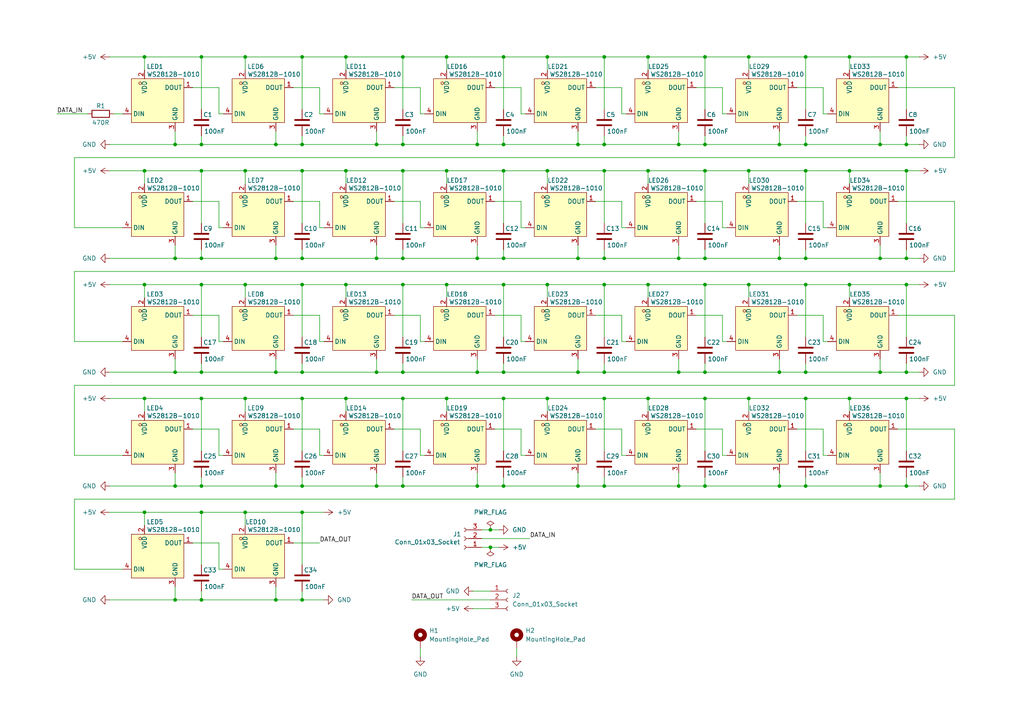
<source format=kicad_sch>
(kicad_sch (version 20231120) (generator "eeschema") (generator_version "8.0")
  (paper "A4")
  (title_block (title "BB-8 Logic Display") (date "2024-08-20") (rev "1.0") (company "jmatt"))
  (lib_symbols
    (symbol "Connector:Conn_01x03_Socket" (pin_names (offset 1.016) hide)
      (property "Reference" "J" (at 0 5.08 0))
      (property "Value" "Conn_01x03_Socket" (at 0 -5.08 0))
      (symbol "Conn_01x03_Socket_1_1"
        (pin passive line (at -5.08 2.54 0) (length 3.81) (name "Pin_1") (number "1"))
        (pin passive line (at -5.08 0 0) (length 3.81) (name "Pin_2") (number "2"))
        (pin passive line (at -5.08 -2.54 0) (length 3.81) (name "Pin_3") (number "3"))
      )
    )
    (symbol "Device:C" (pin_numbers hide) (pin_names (offset 0.254))
      (property "Reference" "C" (at 0.635 2.54 0))
      (property "Value" "C" (at 0.635 -2.54 0))
      (symbol "C_1_1"
        (pin passive line (at 0 3.81 270) (length 2.794) (name "~") (number "1"))
        (pin passive line (at 0 -3.81 90) (length 2.794) (name "~") (number "2"))
      )
    )
    (symbol "Device:R" (pin_numbers hide) (pin_names (offset 0))
      (property "Reference" "R" (at 2.032 0 90))
      (property "Value" "R" (at 0 0 90))
      (symbol "R_1_1"
        (pin passive line (at 0 3.81 270) (length 1.27) (name "~") (number "1"))
        (pin passive line (at 0 -3.81 90) (length 1.27) (name "~") (number "2"))
      )
    )
    (symbol "LCSC:XL-1010RGBC-WS2812B"
      (property "Reference" "LED" (at 0 13.97 0))
      (property "Value" "XL-1010RGBC-WS2812B" (at 0 -13.97 0))
      (symbol "XL-1010RGBC-WS2812B_0_1"
        (pin unspecified line (at 10.16 3.81 180) (length 2.54) (name "DOUT") (number "1"))
        (pin unspecified line (at -3.81 8.89 270) (length 2.54) (name "VDD") (number "2"))
        (pin unspecified line (at 5.08 -8.89 90) (length 2.54) (name "GND") (number "3"))
        (pin unspecified line (at -10.16 -3.81 0) (length 2.54) (name "DIN") (number "4"))
      )
    )
    (symbol "Mechanical:MountingHole_Pad" (pin_numbers hide) (pin_names (offset 1.016) hide) (exclude_from_sim yes) (in_bom no)
      (property "Reference" "H" (at 0 6.35 0))
      (property "Value" "MountingHole_Pad" (at 0 4.445 0))
      (symbol "MountingHole_Pad_1_1"
        (pin input line (at 0 -2.54 90) (length 2.54) (name "1") (number "1"))
      )
    )
    (symbol "power:+5V" (power) (pin_numbers hide) (pin_names (offset 0) hide)
      (property "Value" "+5V" (at 0 3.556 0))
      (symbol "+5V_1_1"
        (pin power_in line (at 0 0 90) (length 0) (name "~") (number "1"))
      )
    )
    (symbol "power:GND" (power) (pin_numbers hide) (pin_names (offset 0) hide)
      (property "Value" "GND" (at 0 -3.81 0))
      (symbol "GND_1_1"
        (pin power_in line (at 0 0 270) (length 0) (name "~") (number "1"))
      )
    )
    (symbol "power:PWR_FLAG" (power) (pin_numbers hide) (pin_names (offset 0) hide)
      (property "Value" "PWR_FLAG" (at 0 3.81 0))
      (symbol "PWR_FLAG_0_0"
        (pin power_out line (at 0 0 90) (length 0) (name "~") (number "1"))
      )
    )
  )
  (junction (at 233.68 115.57))
  (junction (at 146.05 41.91))
  (junction (at 109.22 140.97))
  (junction (at 87.63 82.55))
  (junction (at 146.05 16.51))
  (junction (at 262.89 82.55))
  (junction (at 58.42 41.91))
  (junction (at 71.12 49.53))
  (junction (at 58.42 16.51))
  (junction (at 50.8 74.93))
  (junction (at 109.22 74.93))
  (junction (at 233.68 140.97))
  (junction (at 50.8 173.99))
  (junction (at 100.33 16.51))
  (junction (at 167.64 41.91))
  (junction (at 196.85 41.91))
  (junction (at 187.96 115.57))
  (junction (at 80.01 140.97))
  (junction (at 87.63 49.53))
  (junction (at 87.63 140.97))
  (junction (at 116.84 74.93))
  (junction (at 41.91 148.59))
  (junction (at 187.96 82.55))
  (junction (at 87.63 16.51))
  (junction (at 233.68 74.93))
  (junction (at 58.42 107.95))
  (junction (at 204.47 107.95))
  (junction (at 41.91 49.53))
  (junction (at 146.05 140.97))
  (junction (at 175.26 82.55))
  (junction (at 167.64 140.97))
  (junction (at 196.85 107.95))
  (junction (at 146.05 107.95))
  (junction (at 87.63 115.57))
  (junction (at 87.63 74.93))
  (junction (at 175.26 140.97))
  (junction (at 80.01 173.99))
  (junction (at 109.22 107.95))
  (junction (at 146.05 74.93))
  (junction (at 255.27 140.97))
  (junction (at 175.26 49.53))
  (junction (at 87.63 173.99))
  (junction (at 50.8 107.95))
  (junction (at 87.63 107.95))
  (junction (at 71.12 82.55))
  (junction (at 100.33 82.55))
  (junction (at 138.43 74.93))
  (junction (at 116.84 115.57))
  (junction (at 129.54 115.57))
  (junction (at 146.05 115.57))
  (junction (at 217.17 16.51))
  (junction (at 80.01 107.95))
  (junction (at 246.38 16.51))
  (junction (at 142.24 158.75))
  (junction (at 246.38 49.53))
  (junction (at 167.64 107.95))
  (junction (at 196.85 140.97))
  (junction (at 58.42 49.53))
  (junction (at 204.47 115.57))
  (junction (at 262.89 49.53))
  (junction (at 204.47 74.93))
  (junction (at 246.38 115.57))
  (junction (at 80.01 41.91))
  (junction (at 233.68 82.55))
  (junction (at 175.26 115.57))
  (junction (at 146.05 49.53))
  (junction (at 158.75 49.53))
  (junction (at 71.12 115.57))
  (junction (at 233.68 16.51))
  (junction (at 50.8 140.97))
  (junction (at 129.54 82.55))
  (junction (at 204.47 41.91))
  (junction (at 109.22 41.91))
  (junction (at 146.05 82.55))
  (junction (at 246.38 82.55))
  (junction (at 87.63 41.91))
  (junction (at 58.42 74.93))
  (junction (at 41.91 115.57))
  (junction (at 129.54 49.53))
  (junction (at 175.26 41.91))
  (junction (at 187.96 16.51))
  (junction (at 233.68 49.53))
  (junction (at 226.06 107.95))
  (junction (at 100.33 49.53))
  (junction (at 167.64 74.93))
  (junction (at 50.8 41.91))
  (junction (at 71.12 148.59))
  (junction (at 262.89 140.97))
  (junction (at 41.91 82.55))
  (junction (at 129.54 16.51))
  (junction (at 233.68 41.91))
  (junction (at 226.06 74.93))
  (junction (at 255.27 74.93))
  (junction (at 58.42 115.57))
  (junction (at 217.17 49.53))
  (junction (at 100.33 115.57))
  (junction (at 138.43 107.95))
  (junction (at 233.68 107.95))
  (junction (at 262.89 74.93))
  (junction (at 58.42 140.97))
  (junction (at 158.75 16.51))
  (junction (at 138.43 140.97))
  (junction (at 116.84 107.95))
  (junction (at 158.75 115.57))
  (junction (at 204.47 49.53))
  (junction (at 255.27 107.95))
  (junction (at 217.17 82.55))
  (junction (at 255.27 41.91))
  (junction (at 262.89 16.51))
  (junction (at 204.47 140.97))
  (junction (at 80.01 74.93))
  (junction (at 58.42 148.59))
  (junction (at 116.84 49.53))
  (junction (at 262.89 115.57))
  (junction (at 138.43 41.91))
  (junction (at 175.26 16.51))
  (junction (at 226.06 41.91))
  (junction (at 58.42 82.55))
  (junction (at 116.84 82.55))
  (junction (at 87.63 148.59))
  (junction (at 204.47 16.51))
  (junction (at 142.24 153.67))
  (junction (at 158.75 82.55))
  (junction (at 116.84 16.51))
  (junction (at 175.26 74.93))
  (junction (at 41.91 16.51))
  (junction (at 58.42 173.99))
  (junction (at 116.84 41.91))
  (junction (at 262.89 107.95))
  (junction (at 116.84 140.97))
  (junction (at 204.47 82.55))
  (junction (at 196.85 74.93))
  (junction (at 226.06 140.97))
  (junction (at 217.17 115.57))
  (junction (at 175.26 107.95))
  (junction (at 71.12 16.51))
  (junction (at 187.96 49.53))
  (junction (at 262.89 41.91))
  (wire (pts (xy 246.38 16.51) (xy 262.89 16.51)))
  (wire (pts (xy 276.86 58.42) (xy 276.86 78.74)))
  (wire (pts (xy 116.84 74.93) (xy 138.43 74.93)))
  (wire (pts (xy 129.54 49.53) (xy 146.05 49.53)))
  (wire (pts (xy 172.72 124.46) (xy 180.34 124.46)))
  (wire (pts (xy 87.63 49.53) (xy 100.33 49.53)))
  (wire (pts (xy 209.55 25.4) (xy 209.55 33.02)))
  (wire (pts (xy 204.47 49.53) (xy 204.47 64.77)))
  (wire (pts (xy 196.85 107.95) (xy 204.47 107.95)))
  (wire (pts (xy 116.84 16.51) (xy 129.54 16.51)))
  (wire (pts (xy 80.01 107.95) (xy 87.63 107.95)))
  (wire (pts (xy 180.34 66.04) (xy 181.61 66.04)))
  (wire (pts (xy 50.8 173.99) (xy 50.8 170.18)))
  (wire (pts (xy 196.85 104.14) (xy 196.85 107.95)))
  (wire (pts (xy 16.51 33.02) (xy 25.4 33.02)))
  (wire (pts (xy 109.22 104.14) (xy 109.22 107.95)))
  (wire (pts (xy 80.01 137.16) (xy 80.01 140.97)))
  (wire (pts (xy 129.54 82.55) (xy 129.54 86.36)))
  (wire (pts (xy 187.96 115.57) (xy 204.47 115.57)))
  (wire (pts (xy 167.64 107.95) (xy 175.26 107.95)))
  (wire (pts (xy 204.47 107.95) (xy 226.06 107.95)))
  (wire (pts (xy 121.92 25.4) (xy 121.92 33.02)))
  (wire (pts (xy 85.09 124.46) (xy 92.71 124.46)))
  (wire (pts (xy 92.71 33.02) (xy 93.98 33.02)))
  (wire (pts (xy 175.26 107.95) (xy 196.85 107.95)))
  (wire (pts (xy 80.01 173.99) (xy 87.63 173.99)))
  (wire (pts (xy 109.22 107.95) (xy 116.84 107.95)))
  (wire (pts (xy 226.06 107.95) (xy 233.68 107.95)))
  (wire (pts (xy 146.05 16.51) (xy 158.75 16.51)))
  (wire (pts (xy 217.17 16.51) (xy 217.17 20.32)))
  (wire (pts (xy 187.96 16.51) (xy 187.96 20.32)))
  (wire (pts (xy 121.92 187.96) (xy 121.92 190.5)))
  (wire (pts (xy 201.93 58.42) (xy 209.55 58.42)))
  (wire (pts (xy 238.76 25.4) (xy 238.76 33.02)))
  (wire (pts (xy 204.47 49.53) (xy 217.17 49.53)))
  (wire (pts (xy 58.42 72.39) (xy 58.42 74.93)))
  (wire (pts (xy 21.59 111.76) (xy 21.59 132.08)))
  (wire (pts (xy 58.42 138.43) (xy 58.42 140.97)))
  (wire (pts (xy 262.89 16.51) (xy 262.89 31.75)))
  (wire (pts (xy 146.05 140.97) (xy 167.64 140.97)))
  (wire (pts (xy 201.93 91.44) (xy 209.55 91.44)))
  (wire (pts (xy 233.68 107.95) (xy 255.27 107.95)))
  (wire (pts (xy 41.91 148.59) (xy 41.91 152.4)))
  (wire (pts (xy 209.55 132.08) (xy 210.82 132.08)))
  (wire (pts (xy 109.22 140.97) (xy 116.84 140.97)))
  (wire (pts (xy 151.13 66.04) (xy 152.4 66.04)))
  (wire (pts (xy 209.55 66.04) (xy 210.82 66.04)))
  (wire (pts (xy 80.01 38.1) (xy 80.01 41.91)))
  (wire (pts (xy 63.5 66.04) (xy 64.77 66.04)))
  (wire (pts (xy 55.88 124.46) (xy 63.5 124.46)))
  (wire (pts (xy 201.93 25.4) (xy 209.55 25.4)))
  (wire (pts (xy 151.13 99.06) (xy 152.4 99.06)))
  (wire (pts (xy 146.05 49.53) (xy 158.75 49.53)))
  (wire (pts (xy 87.63 16.51) (xy 100.33 16.51)))
  (wire (pts (xy 41.91 49.53) (xy 58.42 49.53)))
  (wire (pts (xy 31.75 173.99) (xy 50.8 173.99)))
  (wire (pts (xy 262.89 107.95) (xy 266.7 107.95)))
  (wire (pts (xy 143.51 58.42) (xy 151.13 58.42)))
  (wire (pts (xy 262.89 82.55) (xy 262.89 97.79)))
  (wire (pts (xy 146.05 82.55) (xy 158.75 82.55)))
  (wire (pts (xy 233.68 105.41) (xy 233.68 107.95)))
  (wire (pts (xy 92.71 91.44) (xy 92.71 99.06)))
  (wire (pts (xy 121.92 91.44) (xy 121.92 99.06)))
  (wire (pts (xy 138.43 71.12) (xy 138.43 74.93)))
  (wire (pts (xy 21.59 78.74) (xy 21.59 99.06)))
  (wire (pts (xy 187.96 49.53) (xy 204.47 49.53)))
  (wire (pts (xy 151.13 58.42) (xy 151.13 66.04)))
  (wire (pts (xy 71.12 82.55) (xy 87.63 82.55)))
  (wire (pts (xy 146.05 49.53) (xy 146.05 64.77)))
  (wire (pts (xy 262.89 49.53) (xy 262.89 64.77)))
  (wire (pts (xy 100.33 115.57) (xy 116.84 115.57)))
  (wire (pts (xy 71.12 49.53) (xy 87.63 49.53)))
  (wire (pts (xy 85.09 58.42) (xy 92.71 58.42)))
  (wire (pts (xy 246.38 49.53) (xy 262.89 49.53)))
  (wire (pts (xy 262.89 16.51) (xy 266.7 16.51)))
  (wire (pts (xy 204.47 16.51) (xy 204.47 31.75)))
  (wire (pts (xy 175.26 105.41) (xy 175.26 107.95)))
  (wire (pts (xy 109.22 38.1) (xy 109.22 41.91)))
  (wire (pts (xy 71.12 148.59) (xy 71.12 152.4)))
  (wire (pts (xy 71.12 115.57) (xy 71.12 119.38)))
  (wire (pts (xy 92.71 66.04) (xy 93.98 66.04)))
  (wire (pts (xy 187.96 49.53) (xy 187.96 53.34)))
  (wire (pts (xy 260.35 91.44) (xy 276.86 91.44)))
  (wire (pts (xy 87.63 16.51) (xy 87.63 31.75)))
  (wire (pts (xy 175.26 140.97) (xy 196.85 140.97)))
  (wire (pts (xy 255.27 107.95) (xy 262.89 107.95)))
  (wire (pts (xy 158.75 16.51) (xy 175.26 16.51)))
  (wire (pts (xy 175.26 115.57) (xy 187.96 115.57)))
  (wire (pts (xy 276.86 91.44) (xy 276.86 111.76)))
  (wire (pts (xy 204.47 105.41) (xy 204.47 107.95)))
  (wire (pts (xy 151.13 91.44) (xy 151.13 99.06)))
  (wire (pts (xy 92.71 58.42) (xy 92.71 66.04)))
  (wire (pts (xy 21.59 45.72) (xy 21.59 66.04)))
  (wire (pts (xy 167.64 104.14) (xy 167.64 107.95)))
  (wire (pts (xy 31.75 107.95) (xy 50.8 107.95)))
  (wire (pts (xy 142.24 158.75) (xy 144.78 158.75)))
  (wire (pts (xy 167.64 71.12) (xy 167.64 74.93)))
  (wire (pts (xy 255.27 74.93) (xy 262.89 74.93)))
  (wire (pts (xy 139.7 156.21) (xy 153.67 156.21)))
  (wire (pts (xy 58.42 148.59) (xy 58.42 163.83)))
  (wire (pts (xy 58.42 148.59) (xy 71.12 148.59)))
  (wire (pts (xy 138.43 140.97) (xy 146.05 140.97)))
  (wire (pts (xy 21.59 99.06) (xy 35.56 99.06)))
  (wire (pts (xy 180.34 25.4) (xy 180.34 33.02)))
  (wire (pts (xy 80.01 71.12) (xy 80.01 74.93)))
  (wire (pts (xy 71.12 115.57) (xy 87.63 115.57)))
  (wire (pts (xy 158.75 16.51) (xy 158.75 20.32)))
  (wire (pts (xy 172.72 58.42) (xy 180.34 58.42)))
  (wire (pts (xy 63.5 33.02) (xy 64.77 33.02)))
  (wire (pts (xy 233.68 74.93) (xy 255.27 74.93)))
  (wire (pts (xy 146.05 115.57) (xy 146.05 130.81)))
  (wire (pts (xy 116.84 82.55) (xy 116.84 97.79)))
  (wire (pts (xy 180.34 99.06) (xy 181.61 99.06)))
  (wire (pts (xy 231.14 91.44) (xy 238.76 91.44)))
  (wire (pts (xy 151.13 132.08) (xy 152.4 132.08)))
  (wire (pts (xy 100.33 49.53) (xy 116.84 49.53)))
  (wire (pts (xy 137.16 171.45) (xy 142.24 171.45)))
  (wire (pts (xy 138.43 104.14) (xy 138.43 107.95)))
  (wire (pts (xy 58.42 140.97) (xy 80.01 140.97)))
  (wire (pts (xy 175.26 74.93) (xy 196.85 74.93)))
  (wire (pts (xy 146.05 107.95) (xy 167.64 107.95)))
  (wire (pts (xy 58.42 16.51) (xy 58.42 31.75)))
  (wire (pts (xy 262.89 72.39) (xy 262.89 74.93)))
  (wire (pts (xy 55.88 58.42) (xy 63.5 58.42)))
  (wire (pts (xy 85.09 157.48) (xy 92.71 157.48)))
  (wire (pts (xy 87.63 72.39) (xy 87.63 74.93)))
  (wire (pts (xy 109.22 41.91) (xy 116.84 41.91)))
  (wire (pts (xy 100.33 82.55) (xy 116.84 82.55)))
  (wire (pts (xy 151.13 33.02) (xy 152.4 33.02)))
  (wire (pts (xy 204.47 39.37) (xy 204.47 41.91)))
  (wire (pts (xy 233.68 39.37) (xy 233.68 41.91)))
  (wire (pts (xy 87.63 49.53) (xy 87.63 64.77)))
  (wire (pts (xy 175.26 16.51) (xy 187.96 16.51)))
  (wire (pts (xy 262.89 115.57) (xy 262.89 130.81)))
  (wire (pts (xy 196.85 140.97) (xy 204.47 140.97)))
  (wire (pts (xy 63.5 132.08) (xy 64.77 132.08)))
  (wire (pts (xy 262.89 115.57) (xy 266.7 115.57)))
  (wire (pts (xy 233.68 115.57) (xy 233.68 130.81)))
  (wire (pts (xy 129.54 16.51) (xy 129.54 20.32)))
  (wire (pts (xy 92.71 25.4) (xy 92.71 33.02)))
  (wire (pts (xy 87.63 148.59) (xy 93.98 148.59)))
  (wire (pts (xy 63.5 58.42) (xy 63.5 66.04)))
  (wire (pts (xy 151.13 124.46) (xy 151.13 132.08)))
  (wire (pts (xy 121.92 132.08) (xy 123.19 132.08)))
  (wire (pts (xy 31.75 74.93) (xy 50.8 74.93)))
  (wire (pts (xy 226.06 137.16) (xy 226.06 140.97)))
  (wire (pts (xy 121.92 58.42) (xy 121.92 66.04)))
  (wire (pts (xy 175.26 49.53) (xy 175.26 64.77)))
  (wire (pts (xy 116.84 49.53) (xy 116.84 64.77)))
  (wire (pts (xy 138.43 137.16) (xy 138.43 140.97)))
  (wire (pts (xy 233.68 82.55) (xy 233.68 97.79)))
  (wire (pts (xy 109.22 74.93) (xy 116.84 74.93)))
  (wire (pts (xy 87.63 171.45) (xy 87.63 173.99)))
  (wire (pts (xy 80.01 170.18) (xy 80.01 173.99)))
  (wire (pts (xy 87.63 140.97) (xy 109.22 140.97)))
  (wire (pts (xy 41.91 49.53) (xy 41.91 53.34)))
  (wire (pts (xy 119.38 173.99) (xy 142.24 173.99)))
  (wire (pts (xy 246.38 115.57) (xy 246.38 119.38)))
  (wire (pts (xy 109.22 137.16) (xy 109.22 140.97)))
  (wire (pts (xy 204.47 74.93) (xy 226.06 74.93)))
  (wire (pts (xy 217.17 16.51) (xy 233.68 16.51)))
  (wire (pts (xy 226.06 140.97) (xy 233.68 140.97)))
  (wire (pts (xy 55.88 91.44) (xy 63.5 91.44)))
  (wire (pts (xy 187.96 82.55) (xy 187.96 86.36)))
  (wire (pts (xy 58.42 115.57) (xy 58.42 130.81)))
  (wire (pts (xy 50.8 41.91) (xy 58.42 41.91)))
  (wire (pts (xy 262.89 138.43) (xy 262.89 140.97)))
  (wire (pts (xy 116.84 105.41) (xy 116.84 107.95)))
  (wire (pts (xy 167.64 140.97) (xy 175.26 140.97)))
  (wire (pts (xy 100.33 82.55) (xy 100.33 86.36)))
  (wire (pts (xy 226.06 104.14) (xy 226.06 107.95)))
  (wire (pts (xy 167.64 41.91) (xy 175.26 41.91)))
  (wire (pts (xy 209.55 124.46) (xy 209.55 132.08)))
  (wire (pts (xy 167.64 74.93) (xy 175.26 74.93)))
  (wire (pts (xy 158.75 115.57) (xy 175.26 115.57)))
  (wire (pts (xy 151.13 25.4) (xy 151.13 33.02)))
  (wire (pts (xy 138.43 41.91) (xy 146.05 41.91)))
  (wire (pts (xy 87.63 107.95) (xy 109.22 107.95)))
  (wire (pts (xy 87.63 41.91) (xy 109.22 41.91)))
  (wire (pts (xy 238.76 132.08) (xy 240.03 132.08)))
  (wire (pts (xy 175.26 82.55) (xy 187.96 82.55)))
  (wire (pts (xy 114.3 25.4) (xy 121.92 25.4)))
  (wire (pts (xy 233.68 49.53) (xy 246.38 49.53)))
  (wire (pts (xy 50.8 41.91) (xy 50.8 38.1)))
  (wire (pts (xy 80.01 104.14) (xy 80.01 107.95)))
  (wire (pts (xy 146.05 82.55) (xy 146.05 97.79)))
  (wire (pts (xy 204.47 82.55) (xy 204.47 97.79)))
  (wire (pts (xy 41.91 115.57) (xy 58.42 115.57)))
  (wire (pts (xy 116.84 140.97) (xy 138.43 140.97)))
  (wire (pts (xy 180.34 132.08) (xy 181.61 132.08)))
  (wire (pts (xy 87.63 39.37) (xy 87.63 41.91)))
  (wire (pts (xy 100.33 115.57) (xy 100.33 119.38)))
  (wire (pts (xy 255.27 137.16) (xy 255.27 140.97)))
  (wire (pts (xy 138.43 74.93) (xy 146.05 74.93)))
  (wire (pts (xy 246.38 16.51) (xy 246.38 20.32)))
  (wire (pts (xy 100.33 16.51) (xy 100.33 20.32)))
  (wire (pts (xy 63.5 99.06) (xy 64.77 99.06)))
  (wire (pts (xy 116.84 16.51) (xy 116.84 31.75)))
  (wire (pts (xy 233.68 41.91) (xy 255.27 41.91)))
  (wire (pts (xy 87.63 82.55) (xy 100.33 82.55)))
  (wire (pts (xy 233.68 16.51) (xy 246.38 16.51)))
  (wire (pts (xy 146.05 115.57) (xy 158.75 115.57)))
  (wire (pts (xy 92.71 99.06) (xy 93.98 99.06)))
  (wire (pts (xy 41.91 82.55) (xy 58.42 82.55)))
  (wire (pts (xy 172.72 25.4) (xy 180.34 25.4)))
  (wire (pts (xy 226.06 41.91) (xy 233.68 41.91)))
  (wire (pts (xy 87.63 115.57) (xy 100.33 115.57)))
  (wire (pts (xy 87.63 82.55) (xy 87.63 97.79)))
  (wire (pts (xy 31.75 49.53) (xy 41.91 49.53)))
  (wire (pts (xy 139.7 158.75) (xy 142.24 158.75)))
  (wire (pts (xy 139.7 153.67) (xy 142.24 153.67)))
  (wire (pts (xy 246.38 115.57) (xy 262.89 115.57)))
  (wire (pts (xy 33.02 33.02) (xy 35.56 33.02)))
  (wire (pts (xy 121.92 124.46) (xy 121.92 132.08)))
  (wire (pts (xy 31.75 148.59) (xy 41.91 148.59)))
  (wire (pts (xy 180.34 33.02) (xy 181.61 33.02)))
  (wire (pts (xy 196.85 38.1) (xy 196.85 41.91)))
  (wire (pts (xy 87.63 148.59) (xy 87.63 163.83)))
  (wire (pts (xy 71.12 16.51) (xy 71.12 20.32)))
  (wire (pts (xy 71.12 16.51) (xy 87.63 16.51)))
  (wire (pts (xy 204.47 16.51) (xy 217.17 16.51)))
  (wire (pts (xy 204.47 115.57) (xy 204.47 130.81)))
  (wire (pts (xy 209.55 91.44) (xy 209.55 99.06)))
  (wire (pts (xy 50.8 74.93) (xy 50.8 71.12)))
  (wire (pts (xy 50.8 173.99) (xy 58.42 173.99)))
  (wire (pts (xy 204.47 140.97) (xy 226.06 140.97)))
  (wire (pts (xy 204.47 138.43) (xy 204.47 140.97)))
  (wire (pts (xy 180.34 124.46) (xy 180.34 132.08)))
  (wire (pts (xy 116.84 115.57) (xy 116.84 130.81)))
  (wire (pts (xy 129.54 16.51) (xy 146.05 16.51)))
  (wire (pts (xy 231.14 124.46) (xy 238.76 124.46)))
  (wire (pts (xy 21.59 132.08) (xy 35.56 132.08)))
  (wire (pts (xy 114.3 124.46) (xy 121.92 124.46)))
  (wire (pts (xy 21.59 144.78) (xy 21.59 165.1)))
  (wire (pts (xy 196.85 137.16) (xy 196.85 140.97)))
  (wire (pts (xy 262.89 140.97) (xy 266.7 140.97)))
  (wire (pts (xy 80.01 41.91) (xy 87.63 41.91)))
  (wire (pts (xy 175.26 39.37) (xy 175.26 41.91)))
  (wire (pts (xy 58.42 41.91) (xy 80.01 41.91)))
  (wire (pts (xy 238.76 58.42) (xy 238.76 66.04)))
  (wire (pts (xy 146.05 39.37) (xy 146.05 41.91)))
  (wire (pts (xy 85.09 25.4) (xy 92.71 25.4)))
  (wire (pts (xy 204.47 82.55) (xy 217.17 82.55)))
  (wire (pts (xy 129.54 115.57) (xy 129.54 119.38)))
  (wire (pts (xy 175.26 72.39) (xy 175.26 74.93)))
  (wire (pts (xy 129.54 49.53) (xy 129.54 53.34)))
  (wire (pts (xy 92.71 124.46) (xy 92.71 132.08)))
  (wire (pts (xy 158.75 82.55) (xy 175.26 82.55)))
  (wire (pts (xy 63.5 91.44) (xy 63.5 99.06)))
  (wire (pts (xy 175.26 41.91) (xy 196.85 41.91)))
  (wire (pts (xy 116.84 138.43) (xy 116.84 140.97)))
  (wire (pts (xy 255.27 140.97) (xy 262.89 140.97)))
  (wire (pts (xy 87.63 105.41) (xy 87.63 107.95)))
  (wire (pts (xy 58.42 49.53) (xy 71.12 49.53)))
  (wire (pts (xy 238.76 99.06) (xy 240.03 99.06)))
  (wire (pts (xy 58.42 74.93) (xy 80.01 74.93)))
  (wire (pts (xy 260.35 124.46) (xy 276.86 124.46)))
  (wire (pts (xy 63.5 124.46) (xy 63.5 132.08)))
  (wire (pts (xy 121.92 33.02) (xy 123.19 33.02)))
  (wire (pts (xy 204.47 115.57) (xy 217.17 115.57)))
  (wire (pts (xy 217.17 49.53) (xy 217.17 53.34)))
  (wire (pts (xy 201.93 124.46) (xy 209.55 124.46)))
  (wire (pts (xy 146.05 105.41) (xy 146.05 107.95)))
  (wire (pts (xy 80.01 140.97) (xy 87.63 140.97)))
  (wire (pts (xy 158.75 49.53) (xy 175.26 49.53)))
  (wire (pts (xy 231.14 58.42) (xy 238.76 58.42)))
  (wire (pts (xy 142.24 153.67) (xy 144.78 153.67)))
  (wire (pts (xy 217.17 115.57) (xy 233.68 115.57)))
  (wire (pts (xy 180.34 91.44) (xy 180.34 99.06)))
  (wire (pts (xy 31.75 140.97) (xy 50.8 140.97)))
  (wire (pts (xy 276.86 124.46) (xy 276.86 144.78)))
  (wire (pts (xy 146.05 138.43) (xy 146.05 140.97)))
  (wire (pts (xy 87.63 74.93) (xy 109.22 74.93)))
  (wire (pts (xy 255.27 71.12) (xy 255.27 74.93)))
  (wire (pts (xy 158.75 49.53) (xy 158.75 53.34)))
  (wire (pts (xy 71.12 82.55) (xy 71.12 86.36)))
  (wire (pts (xy 262.89 39.37) (xy 262.89 41.91)))
  (wire (pts (xy 55.88 25.4) (xy 63.5 25.4)))
  (wire (pts (xy 276.86 111.76) (xy 21.59 111.76)))
  (wire (pts (xy 217.17 82.55) (xy 233.68 82.55)))
  (wire (pts (xy 238.76 33.02) (xy 240.03 33.02)))
  (wire (pts (xy 116.84 49.53) (xy 129.54 49.53)))
  (wire (pts (xy 58.42 105.41) (xy 58.42 107.95)))
  (wire (pts (xy 175.26 115.57) (xy 175.26 130.81)))
  (wire (pts (xy 233.68 140.97) (xy 255.27 140.97)))
  (wire (pts (xy 58.42 82.55) (xy 71.12 82.55)))
  (wire (pts (xy 50.8 74.93) (xy 58.42 74.93)))
  (wire (pts (xy 146.05 41.91) (xy 167.64 41.91)))
  (wire (pts (xy 233.68 72.39) (xy 233.68 74.93)))
  (wire (pts (xy 255.27 104.14) (xy 255.27 107.95)))
  (wire (pts (xy 226.06 71.12) (xy 226.06 74.93)))
  (wire (pts (xy 138.43 107.95) (xy 146.05 107.95)))
  (wire (pts (xy 41.91 16.51) (xy 41.91 20.32)))
  (wire (pts (xy 55.88 157.48) (xy 63.5 157.48)))
  (wire (pts (xy 116.84 72.39) (xy 116.84 74.93)))
  (wire (pts (xy 50.8 107.95) (xy 50.8 104.14)))
  (wire (pts (xy 114.3 58.42) (xy 121.92 58.42)))
  (wire (pts (xy 50.8 107.95) (xy 58.42 107.95)))
  (wire (pts (xy 87.63 115.57) (xy 87.63 130.81)))
  (wire (pts (xy 238.76 124.46) (xy 238.76 132.08)))
  (wire (pts (xy 231.14 25.4) (xy 238.76 25.4)))
  (wire (pts (xy 209.55 58.42) (xy 209.55 66.04)))
  (wire (pts (xy 276.86 144.78) (xy 21.59 144.78)))
  (wire (pts (xy 146.05 74.93) (xy 167.64 74.93)))
  (wire (pts (xy 100.33 49.53) (xy 100.33 53.34)))
  (wire (pts (xy 63.5 165.1) (xy 64.77 165.1)))
  (wire (pts (xy 158.75 82.55) (xy 158.75 86.36)))
  (wire (pts (xy 58.42 171.45) (xy 58.42 173.99)))
  (wire (pts (xy 233.68 16.51) (xy 233.68 31.75)))
  (wire (pts (xy 58.42 49.53) (xy 58.42 64.77)))
  (wire (pts (xy 255.27 41.91) (xy 262.89 41.91)))
  (wire (pts (xy 63.5 157.48) (xy 63.5 165.1)))
  (wire (pts (xy 41.91 115.57) (xy 41.91 119.38)))
  (wire (pts (xy 187.96 16.51) (xy 204.47 16.51)))
  (wire (pts (xy 187.96 82.55) (xy 204.47 82.55)))
  (wire (pts (xy 116.84 82.55) (xy 129.54 82.55)))
  (wire (pts (xy 196.85 74.93) (xy 204.47 74.93)))
  (wire (pts (xy 233.68 115.57) (xy 246.38 115.57)))
  (wire (pts (xy 260.35 58.42) (xy 276.86 58.42)))
  (wire (pts (xy 31.75 82.55) (xy 41.91 82.55)))
  (wire (pts (xy 143.51 124.46) (xy 151.13 124.46)))
  (wire (pts (xy 109.22 71.12) (xy 109.22 74.93)))
  (wire (pts (xy 31.75 41.91) (xy 50.8 41.91)))
  (wire (pts (xy 158.75 115.57) (xy 158.75 119.38)))
  (wire (pts (xy 58.42 16.51) (xy 71.12 16.51)))
  (wire (pts (xy 138.43 38.1) (xy 138.43 41.91)))
  (wire (pts (xy 58.42 107.95) (xy 80.01 107.95)))
  (wire (pts (xy 116.84 39.37) (xy 116.84 41.91)))
  (wire (pts (xy 246.38 82.55) (xy 262.89 82.55)))
  (wire (pts (xy 209.55 33.02) (xy 210.82 33.02)))
  (wire (pts (xy 116.84 41.91) (xy 138.43 41.91)))
  (wire (pts (xy 204.47 72.39) (xy 204.47 74.93)))
  (wire (pts (xy 71.12 49.53) (xy 71.12 53.34)))
  (wire (pts (xy 50.8 140.97) (xy 50.8 137.16)))
  (wire (pts (xy 217.17 115.57) (xy 217.17 119.38)))
  (wire (pts (xy 196.85 71.12) (xy 196.85 74.93)))
  (wire (pts (xy 246.38 49.53) (xy 246.38 53.34)))
  (wire (pts (xy 255.27 38.1) (xy 255.27 41.91)))
  (wire (pts (xy 204.47 41.91) (xy 226.06 41.91)))
  (wire (pts (xy 21.59 66.04) (xy 35.56 66.04)))
  (wire (pts (xy 217.17 49.53) (xy 233.68 49.53)))
  (wire (pts (xy 146.05 72.39) (xy 146.05 74.93)))
  (wire (pts (xy 276.86 25.4) (xy 276.86 45.72)))
  (wire (pts (xy 58.42 39.37) (xy 58.42 41.91)))
  (wire (pts (xy 50.8 140.97) (xy 58.42 140.97)))
  (wire (pts (xy 167.64 38.1) (xy 167.64 41.91)))
  (wire (pts (xy 87.63 173.99) (xy 93.98 173.99)))
  (wire (pts (xy 92.71 132.08) (xy 93.98 132.08)))
  (wire (pts (xy 116.84 107.95) (xy 138.43 107.95)))
  (wire (pts (xy 21.59 165.1) (xy 35.56 165.1)))
  (wire (pts (xy 217.17 82.55) (xy 217.17 86.36)))
  (wire (pts (xy 209.55 99.06) (xy 210.82 99.06)))
  (wire (pts (xy 41.91 16.51) (xy 58.42 16.51)))
  (wire (pts (xy 175.26 16.51) (xy 175.26 31.75)))
  (wire (pts (xy 129.54 115.57) (xy 146.05 115.57)))
  (wire (pts (xy 31.75 16.51) (xy 41.91 16.51)))
  (wire (pts (xy 87.63 138.43) (xy 87.63 140.97)))
  (wire (pts (xy 114.3 91.44) (xy 121.92 91.44)))
  (wire (pts (xy 226.06 74.93) (xy 233.68 74.93)))
  (wire (pts (xy 276.86 78.74) (xy 21.59 78.74)))
  (wire (pts (xy 71.12 148.59) (xy 87.63 148.59)))
  (wire (pts (xy 143.51 25.4) (xy 151.13 25.4)))
  (wire (pts (xy 58.42 82.55) (xy 58.42 97.79)))
  (wire (pts (xy 80.01 74.93) (xy 87.63 74.93)))
  (wire (pts (xy 262.89 74.93) (xy 266.7 74.93)))
  (wire (pts (xy 137.16 176.53) (xy 142.24 176.53)))
  (wire (pts (xy 58.42 115.57) (xy 71.12 115.57)))
  (wire (pts (xy 238.76 66.04) (xy 240.03 66.04)))
  (wire (pts (xy 180.34 58.42) (xy 180.34 66.04)))
  (wire (pts (xy 233.68 49.53) (xy 233.68 64.77)))
  (wire (pts (xy 172.72 91.44) (xy 180.34 91.44)))
  (wire (pts (xy 41.91 148.59) (xy 58.42 148.59)))
  (wire (pts (xy 238.76 91.44) (xy 238.76 99.06)))
  (wire (pts (xy 167.64 137.16) (xy 167.64 140.97)))
  (wire (pts (xy 146.05 16.51) (xy 146.05 31.75)))
  (wire (pts (xy 121.92 99.06) (xy 123.19 99.06)))
  (wire (pts (xy 187.96 115.57) (xy 187.96 119.38)))
  (wire (pts (xy 175.26 138.43) (xy 175.26 140.97)))
  (wire (pts (xy 85.09 91.44) (xy 92.71 91.44)))
  (wire (pts (xy 100.33 16.51) (xy 116.84 16.51)))
  (wire (pts (xy 233.68 82.55) (xy 246.38 82.55)))
  (wire (pts (xy 41.91 82.55) (xy 41.91 86.36)))
  (wire (pts (xy 246.38 82.55) (xy 246.38 86.36)))
  (wire (pts (xy 262.89 49.53) (xy 266.7 49.53)))
  (wire (pts (xy 121.92 66.04) (xy 123.19 66.04)))
  (wire (pts (xy 276.86 45.72) (xy 21.59 45.72)))
  (wire (pts (xy 31.75 115.57) (xy 41.91 115.57)))
  (wire (pts (xy 175.26 49.53) (xy 187.96 49.53)))
  (wire (pts (xy 63.5 25.4) (xy 63.5 33.02)))
  (wire (pts (xy 129.54 82.55) (xy 146.05 82.55)))
  (wire (pts (xy 262.89 41.91) (xy 266.7 41.91)))
  (wire (pts (xy 149.86 187.96) (xy 149.86 190.5)))
  (wire (pts (xy 196.85 41.91) (xy 204.47 41.91)))
  (wire (pts (xy 143.51 91.44) (xy 151.13 91.44)))
  (wire (pts (xy 116.84 115.57) (xy 129.54 115.57)))
  (wire (pts (xy 233.68 138.43) (xy 233.68 140.97)))
  (wire (pts (xy 262.89 105.41) (xy 262.89 107.95)))
  (wire (pts (xy 175.26 82.55) (xy 175.26 97.79)))
  (wire (pts (xy 226.06 38.1) (xy 226.06 41.91)))
  (wire (pts (xy 58.42 173.99) (xy 80.01 173.99)))
  (wire (pts (xy 260.35 25.4) (xy 276.86 25.4)))
  (wire (pts (xy 262.89 82.55) (xy 266.7 82.55)))
  (label "DATA_IN" (at 153.67 156.21 0))
  (label "DATA_IN" (at 16.51 33.02 0))
  (label "DATA_OUT" (at 119.38 173.99 0))
  (label "DATA_OUT" (at 92.71 157.48 0))
  (symbol (lib_id "Device:C") (at 87.63 134.62 0) (unit 1)
    (property "Reference" "C26" (at 88.138 132.334 0) (effects (justify left)))
    (property "Value" "100nF" (at 88.392 137.16 0) (effects (justify left)))
    (property "Footprint" "Capacitor_SMD:C_0402_1005Metric" (effects (hide yes)))
    (property "Description" "Unpolarized capacitor" (effects (hide yes)))
    (property "LCSC Part" "C307331" (effects (hide yes)))
  )
  (symbol (lib_id "Device:C") (at 204.47 101.6 0) (unit 1)
    (property "Reference" "C22" (at 204.978 99.314 0) (effects (justify left)))
    (property "Value" "100nF" (at 205.232 104.14 0) (effects (justify left)))
    (property "Footprint" "Capacitor_SMD:C_0402_1005Metric" (effects (hide yes)))
    (property "Description" "Unpolarized capacitor" (effects (hide yes)))
    (property "LCSC Part" "C307331" (effects (hide yes)))
  )
  (symbol (lib_id "power:GND") (at 31.75 173.99 270) (unit 1)
    (property "Reference" "#PWR010" (effects (hide yes)))
    (property "Value" "GND" (at 27.94 173.9899 90) (effects (justify right)))
    (property "Description" "Power symbol creates a global label with name \"GND\" , ground" (effects (hide yes)))
  )
  (symbol (lib_id "Device:C") (at 204.47 35.56 0) (unit 1)
    (property "Reference" "C6" (at 204.978 33.274 0) (effects (justify left)))
    (property "Value" "100nF" (at 205.232 38.1 0) (effects (justify left)))
    (property "Footprint" "Capacitor_SMD:C_0402_1005Metric" (effects (hide yes)))
    (property "Description" "Unpolarized capacitor" (effects (hide yes)))
    (property "LCSC Part" "C307331" (effects (hide yes)))
  )
  (symbol (lib_id "power:GND") (at 121.92 190.5 0) (unit 1)
    (property "Reference" "#PWR025" (effects (hide yes)))
    (property "Value" "GND" (at 121.92 195.58 0))
    (property "Description" "Power symbol creates a global label with name \"GND\" , ground" (effects (hide yes)))
  )
  (symbol (lib_id "Device:C") (at 87.63 167.64 0) (unit 1)
    (property "Reference" "C34" (at 88.138 165.354 0) (effects (justify left)))
    (property "Value" "100nF" (at 88.392 170.18 0) (effects (justify left)))
    (property "Footprint" "Capacitor_SMD:C_0402_1005Metric" (effects (hide yes)))
    (property "Description" "Unpolarized capacitor" (effects (hide yes)))
    (property "LCSC Part" "C307331" (effects (hide yes)))
  )
  (symbol (lib_id "LCSC:XL-1010RGBC-WS2812B") (at 191.77 62.23 0) (unit 1)
    (property "Reference" "LED26" (at 191.008 52.324 0))
    (property "Value" "WS2812B-1010" (at 196.342 54.5786 0))
    (property "Footprint" "LCSC:LED-SMD_4P-L1.0-W1.0-TL_XL-1010RGBC-WS2812B" (effects (hide yes)))
    (property "LCSC Part" "C5349953" (effects (hide yes)))
  )
  (symbol (lib_id "Device:C") (at 116.84 101.6 0) (unit 1)
    (property "Reference" "C19" (at 117.348 99.314 0) (effects (justify left)))
    (property "Value" "100nF" (at 117.602 104.14 0) (effects (justify left)))
    (property "Footprint" "Capacitor_SMD:C_0402_1005Metric" (effects (hide yes)))
    (property "Description" "Unpolarized capacitor" (effects (hide yes)))
    (property "LCSC Part" "C307331" (effects (hide yes)))
  )
  (symbol (lib_id "Device:C") (at 175.26 35.56 0) (unit 1)
    (property "Reference" "C5" (at 175.768 33.274 0) (effects (justify left)))
    (property "Value" "100nF" (at 176.022 38.1 0) (effects (justify left)))
    (property "Footprint" "Capacitor_SMD:C_0402_1005Metric" (effects (hide yes)))
    (property "Description" "Unpolarized capacitor" (effects (hide yes)))
    (property "LCSC Part" "C307331" (effects (hide yes)))
  )
  (symbol (lib_id "power:+5V") (at 266.7 16.51 270) (unit 1)
    (property "Reference" "#PWR013" (effects (hide yes)))
    (property "Value" "+5V" (at 270.51 16.5099 90) (effects (justify left)))
    (property "Description" "Power symbol creates a global label with name \"+5V\"" (effects (hide yes)))
  )
  (symbol (lib_id "power:PWR_FLAG") (at 142.24 153.67 0) (unit 1)
    (property "Reference" "#FLG01" (effects (hide yes)))
    (property "Value" "PWR_FLAG" (at 142.24 148.59 0))
    (property "Description" "Special symbol for telling ERC where power comes from" (effects (hide yes)))
  )
  (symbol (lib_id "power:PWR_FLAG") (at 142.24 158.75 180) (unit 1)
    (property "Reference" "#FLG02" (effects (hide yes)))
    (property "Value" "PWR_FLAG" (at 142.24 163.83 0))
    (property "Description" "Special symbol for telling ERC where power comes from" (effects (hide yes)))
  )
  (symbol (lib_id "Device:C") (at 87.63 35.56 0) (unit 1)
    (property "Reference" "C2" (at 88.138 33.274 0) (effects (justify left)))
    (property "Value" "100nF" (at 88.392 38.1 0) (effects (justify left)))
    (property "Footprint" "Capacitor_SMD:C_0402_1005Metric" (effects (hide yes)))
    (property "Description" "Unpolarized capacitor" (effects (hide yes)))
    (property "LCSC Part" "C307331" (effects (hide yes)))
  )
  (symbol (lib_id "power:+5V") (at 31.75 115.57 90) (unit 1)
    (property "Reference" "#PWR07" (effects (hide yes)))
    (property "Value" "+5V" (at 27.94 115.5699 90) (effects (justify left)))
    (property "Description" "Power symbol creates a global label with name \"+5V\"" (effects (hide yes)))
  )
  (symbol (lib_id "Connector:Conn_01x03_Socket") (at 134.62 156.21 180) (unit 1)
    (property "Reference" "J1" (at 132.588 154.94 0))
    (property "Value" "Conn_01x03_Socket" (at 123.952 157.226 0))
    (property "Footprint" "Connector_JST:JST_XH_S3B-XH-A-1_1x03_P2.50mm_Horizontal" (effects (hide yes)))
    (property "Description" "Generic connector, single row, 01x03, script generated" (effects (hide yes)))
  )
  (symbol (lib_id "power:GND") (at 31.75 41.91 270) (unit 1)
    (property "Reference" "#PWR02" (effects (hide yes)))
    (property "Value" "GND" (at 27.94 41.9099 90) (effects (justify right)))
    (property "Description" "Power symbol creates a global label with name \"GND\" , ground" (effects (hide yes)))
  )
  (symbol (lib_id "Mechanical:MountingHole_Pad") (at 121.92 185.42 0) (unit 1) (exclude_from_sim yes) (in_bom no)
    (property "Reference" "H1" (at 124.46 182.8799 0) (effects (justify left)))
    (property "Value" "MountingHole_Pad" (at 124.46 185.4199 0) (effects (justify left)))
    (property "Footprint" "MountingHole:MountingHole_2.5mm_Pad_Via" (effects (hide yes)))
    (property "Description" "Mounting Hole with connection" (effects (hide yes)))
  )
  (symbol (lib_id "LCSC:XL-1010RGBC-WS2812B") (at 162.56 95.25 0) (unit 1)
    (property "Reference" "LED23" (at 161.798 85.344 0))
    (property "Value" "WS2812B-1010" (at 167.132 87.5986 0))
    (property "Footprint" "LCSC:LED-SMD_4P-L1.0-W1.0-TL_XL-1010RGBC-WS2812B" (effects (hide yes)))
    (property "LCSC Part" "C5349953" (effects (hide yes)))
  )
  (symbol (lib_id "LCSC:XL-1010RGBC-WS2812B") (at 74.93 62.23 0) (unit 1)
    (property "Reference" "LED7" (at 74.168 52.324 0))
    (property "Value" "WS2812B-1010" (at 79.502 54.5786 0))
    (property "Footprint" "LCSC:LED-SMD_4P-L1.0-W1.0-TL_XL-1010RGBC-WS2812B" (effects (hide yes)))
    (property "LCSC Part" "C5349953" (effects (hide yes)))
  )
  (symbol (lib_id "power:+5V") (at 266.7 49.53 270) (unit 1)
    (property "Reference" "#PWR015" (effects (hide yes)))
    (property "Value" "+5V" (at 270.51 49.5299 90) (effects (justify left)))
    (property "Description" "Power symbol creates a global label with name \"+5V\"" (effects (hide yes)))
  )
  (symbol (lib_id "LCSC:XL-1010RGBC-WS2812B") (at 220.98 29.21 0) (unit 1)
    (property "Reference" "LED29" (at 220.218 19.304 0))
    (property "Value" "WS2812B-1010" (at 225.552 21.5586 0))
    (property "Footprint" "LCSC:LED-SMD_4P-L1.0-W1.0-TL_XL-1010RGBC-WS2812B" (effects (hide yes)))
    (property "LCSC Part" "C5349953" (effects (hide yes)))
  )
  (symbol (lib_id "Device:C") (at 146.05 134.62 0) (unit 1)
    (property "Reference" "C28" (at 146.558 132.334 0) (effects (justify left)))
    (property "Value" "100nF" (at 146.812 137.16 0) (effects (justify left)))
    (property "Footprint" "Capacitor_SMD:C_0402_1005Metric" (effects (hide yes)))
    (property "Description" "Unpolarized capacitor" (effects (hide yes)))
    (property "LCSC Part" "C307331" (effects (hide yes)))
  )
  (symbol (lib_id "Device:C") (at 262.89 68.58 0) (unit 1)
    (property "Reference" "C16" (at 263.398 66.294 0) (effects (justify left)))
    (property "Value" "100nF" (at 263.652 71.12 0) (effects (justify left)))
    (property "Footprint" "Capacitor_SMD:C_0402_1005Metric" (effects (hide yes)))
    (property "Description" "Unpolarized capacitor" (effects (hide yes)))
    (property "LCSC Part" "C307331" (effects (hide yes)))
  )
  (symbol (lib_id "LCSC:XL-1010RGBC-WS2812B") (at 250.19 29.21 0) (unit 1)
    (property "Reference" "LED33" (at 249.428 19.304 0))
    (property "Value" "WS2812B-1010" (at 254.762 21.5586 0))
    (property "Footprint" "LCSC:LED-SMD_4P-L1.0-W1.0-TL_XL-1010RGBC-WS2812B" (effects (hide yes)))
    (property "LCSC Part" "C5349953" (effects (hide yes)))
  )
  (symbol (lib_id "power:GND") (at 266.7 107.95 90) (unit 1)
    (property "Reference" "#PWR018" (effects (hide yes)))
    (property "Value" "GND" (at 270.51 107.9499 90) (effects (justify right)))
    (property "Description" "Power symbol creates a global label with name \"GND\" , ground" (effects (hide yes)))
  )
  (symbol (lib_id "LCSC:XL-1010RGBC-WS2812B") (at 133.35 95.25 0) (unit 1)
    (property "Reference" "LED18" (at 132.588 85.344 0))
    (property "Value" "WS2812B-1010" (at 137.922 87.5986 0))
    (property "Footprint" "LCSC:LED-SMD_4P-L1.0-W1.0-TL_XL-1010RGBC-WS2812B" (effects (hide yes)))
    (property "LCSC Part" "C5349953" (effects (hide yes)))
  )
  (symbol (lib_id "LCSC:XL-1010RGBC-WS2812B") (at 74.93 29.21 0) (unit 1)
    (property "Reference" "LED6" (at 74.168 19.304 0))
    (property "Value" "WS2812B-1010" (at 79.502 21.5586 0))
    (property "Footprint" "LCSC:LED-SMD_4P-L1.0-W1.0-TL_XL-1010RGBC-WS2812B" (effects (hide yes)))
    (property "LCSC Part" "C5349953" (effects (hide yes)))
  )
  (symbol (lib_id "Device:C") (at 58.42 167.64 0) (unit 1)
    (property "Reference" "C33" (at 58.928 165.354 0) (effects (justify left)))
    (property "Value" "100nF" (at 59.182 170.18 0) (effects (justify left)))
    (property "Footprint" "Capacitor_SMD:C_0402_1005Metric" (effects (hide yes)))
    (property "Description" "Unpolarized capacitor" (effects (hide yes)))
    (property "LCSC Part" "C307331" (effects (hide yes)))
  )
  (symbol (lib_id "power:GND") (at 266.7 140.97 90) (unit 1)
    (property "Reference" "#PWR020" (effects (hide yes)))
    (property "Value" "GND" (at 270.51 140.9699 90) (effects (justify right)))
    (property "Description" "Power symbol creates a global label with name \"GND\" , ground" (effects (hide yes)))
  )
  (symbol (lib_id "Device:C") (at 146.05 68.58 0) (unit 1)
    (property "Reference" "C12" (at 146.558 66.294 0) (effects (justify left)))
    (property "Value" "100nF" (at 146.812 71.12 0) (effects (justify left)))
    (property "Footprint" "Capacitor_SMD:C_0402_1005Metric" (effects (hide yes)))
    (property "Description" "Unpolarized capacitor" (effects (hide yes)))
    (property "LCSC Part" "C307331" (effects (hide yes)))
  )
  (symbol (lib_id "LCSC:XL-1010RGBC-WS2812B") (at 133.35 62.23 0) (unit 1)
    (property "Reference" "LED17" (at 132.588 52.324 0))
    (property "Value" "WS2812B-1010" (at 137.922 54.5786 0))
    (property "Footprint" "LCSC:LED-SMD_4P-L1.0-W1.0-TL_XL-1010RGBC-WS2812B" (effects (hide yes)))
    (property "LCSC Part" "C5349953" (effects (hide yes)))
  )
  (symbol (lib_id "power:GND") (at 266.7 41.91 90) (unit 1)
    (property "Reference" "#PWR014" (effects (hide yes)))
    (property "Value" "GND" (at 270.51 41.9099 90) (effects (justify right)))
    (property "Description" "Power symbol creates a global label with name \"GND\" , ground" (effects (hide yes)))
  )
  (symbol (lib_id "Device:C") (at 87.63 101.6 0) (unit 1)
    (property "Reference" "C18" (at 88.138 99.314 0) (effects (justify left)))
    (property "Value" "100nF" (at 88.392 104.14 0) (effects (justify left)))
    (property "Footprint" "Capacitor_SMD:C_0402_1005Metric" (effects (hide yes)))
    (property "Description" "Unpolarized capacitor" (effects (hide yes)))
    (property "LCSC Part" "C307331" (effects (hide yes)))
  )
  (symbol (lib_id "power:GND") (at 137.16 171.45 270) (unit 1)
    (property "Reference" "#PWR024" (effects (hide yes)))
    (property "Value" "GND" (at 133.35 171.4499 90) (effects (justify right)))
    (property "Description" "Power symbol creates a global label with name \"GND\" , ground" (effects (hide yes)))
  )
  (symbol (lib_id "LCSC:XL-1010RGBC-WS2812B") (at 133.35 29.21 0) (unit 1)
    (property "Reference" "LED16" (at 132.588 19.304 0))
    (property "Value" "WS2812B-1010" (at 137.922 21.5586 0))
    (property "Footprint" "LCSC:LED-SMD_4P-L1.0-W1.0-TL_XL-1010RGBC-WS2812B" (effects (hide yes)))
    (property "LCSC Part" "C5349953" (effects (hide yes)))
  )
  (symbol (lib_id "LCSC:XL-1010RGBC-WS2812B") (at 191.77 128.27 0) (unit 1)
    (property "Reference" "LED28" (at 191.008 118.364 0))
    (property "Value" "WS2812B-1010" (at 196.342 120.6186 0))
    (property "Footprint" "LCSC:LED-SMD_4P-L1.0-W1.0-TL_XL-1010RGBC-WS2812B" (effects (hide yes)))
    (property "LCSC Part" "C5349953" (effects (hide yes)))
  )
  (symbol (lib_id "Device:C") (at 262.89 35.56 0) (unit 1)
    (property "Reference" "C8" (at 263.398 33.274 0) (effects (justify left)))
    (property "Value" "100nF" (at 263.652 38.1 0) (effects (justify left)))
    (property "Footprint" "Capacitor_SMD:C_0402_1005Metric" (effects (hide yes)))
    (property "Description" "Unpolarized capacitor" (effects (hide yes)))
    (property "LCSC Part" "C307331" (effects (hide yes)))
  )
  (symbol (lib_id "power:+5V") (at 31.75 16.51 90) (unit 1)
    (property "Reference" "#PWR01" (effects (hide yes)))
    (property "Value" "+5V" (at 27.94 16.5099 90) (effects (justify left)))
    (property "Description" "Power symbol creates a global label with name \"+5V\"" (effects (hide yes)))
  )
  (symbol (lib_id "LCSC:XL-1010RGBC-WS2812B") (at 45.72 29.21 0) (unit 1)
    (property "Reference" "LED1" (at 44.958 19.304 0))
    (property "Value" "WS2812B-1010" (at 50.292 21.5586 0))
    (property "Footprint" "LCSC:LED-SMD_4P-L1.0-W1.0-TL_XL-1010RGBC-WS2812B" (effects (hide yes)))
    (property "LCSC Part" "C5349953" (effects (hide yes)))
  )
  (symbol (lib_id "LCSC:XL-1010RGBC-WS2812B") (at 104.14 29.21 0) (unit 1)
    (property "Reference" "LED11" (at 103.378 19.304 0))
    (property "Value" "WS2812B-1010" (at 108.712 21.5586 0))
    (property "Footprint" "LCSC:LED-SMD_4P-L1.0-W1.0-TL_XL-1010RGBC-WS2812B" (effects (hide yes)))
    (property "LCSC Part" "C5349953" (effects (hide yes)))
  )
  (symbol (lib_id "LCSC:XL-1010RGBC-WS2812B") (at 45.72 62.23 0) (unit 1)
    (property "Reference" "LED2" (at 44.958 52.324 0))
    (property "Value" "WS2812B-1010" (at 50.292 54.5786 0))
    (property "Footprint" "LCSC:LED-SMD_4P-L1.0-W1.0-TL_XL-1010RGBC-WS2812B" (effects (hide yes)))
    (property "LCSC Part" "C5349953" (effects (hide yes)))
  )
  (symbol (lib_id "LCSC:XL-1010RGBC-WS2812B") (at 74.93 95.25 0) (unit 1)
    (property "Reference" "LED8" (at 74.168 85.344 0))
    (property "Value" "WS2812B-1010" (at 79.502 87.5986 0))
    (property "Footprint" "LCSC:LED-SMD_4P-L1.0-W1.0-TL_XL-1010RGBC-WS2812B" (effects (hide yes)))
    (property "LCSC Part" "C5349953" (effects (hide yes)))
  )
  (symbol (lib_id "LCSC:XL-1010RGBC-WS2812B") (at 162.56 128.27 0) (unit 1)
    (property "Reference" "LED24" (at 161.798 118.364 0))
    (property "Value" "WS2812B-1010" (at 167.132 120.6186 0))
    (property "Footprint" "LCSC:LED-SMD_4P-L1.0-W1.0-TL_XL-1010RGBC-WS2812B" (effects (hide yes)))
    (property "LCSC Part" "C5349953" (effects (hide yes)))
  )
  (symbol (lib_id "Device:C") (at 233.68 68.58 0) (unit 1)
    (property "Reference" "C15" (at 234.188 66.294 0) (effects (justify left)))
    (property "Value" "100nF" (at 234.442 71.12 0) (effects (justify left)))
    (property "Footprint" "Capacitor_SMD:C_0402_1005Metric" (effects (hide yes)))
    (property "Description" "Unpolarized capacitor" (effects (hide yes)))
    (property "LCSC Part" "C307331" (effects (hide yes)))
  )
  (symbol (lib_id "Device:C") (at 233.68 134.62 0) (unit 1)
    (property "Reference" "C31" (at 234.188 132.334 0) (effects (justify left)))
    (property "Value" "100nF" (at 234.442 137.16 0) (effects (justify left)))
    (property "Footprint" "Capacitor_SMD:C_0402_1005Metric" (effects (hide yes)))
    (property "Description" "Unpolarized capacitor" (effects (hide yes)))
    (property "LCSC Part" "C307331" (effects (hide yes)))
  )
  (symbol (lib_id "Device:C") (at 233.68 101.6 0) (unit 1)
    (property "Reference" "C23" (at 234.188 99.314 0) (effects (justify left)))
    (property "Value" "100nF" (at 234.442 104.14 0) (effects (justify left)))
    (property "Footprint" "Capacitor_SMD:C_0402_1005Metric" (effects (hide yes)))
    (property "Description" "Unpolarized capacitor" (effects (hide yes)))
    (property "LCSC Part" "C307331" (effects (hide yes)))
  )
  (symbol (lib_id "Device:C") (at 116.84 134.62 0) (unit 1)
    (property "Reference" "C27" (at 117.348 132.334 0) (effects (justify left)))
    (property "Value" "100nF" (at 117.602 137.16 0) (effects (justify left)))
    (property "Footprint" "Capacitor_SMD:C_0402_1005Metric" (effects (hide yes)))
    (property "Description" "Unpolarized capacitor" (effects (hide yes)))
    (property "LCSC Part" "C307331" (effects (hide yes)))
  )
  (symbol (lib_id "LCSC:XL-1010RGBC-WS2812B") (at 162.56 62.23 0) (unit 1)
    (property "Reference" "LED22" (at 161.798 52.324 0))
    (property "Value" "WS2812B-1010" (at 167.132 54.5786 0))
    (property "Footprint" "LCSC:LED-SMD_4P-L1.0-W1.0-TL_XL-1010RGBC-WS2812B" (effects (hide yes)))
    (property "LCSC Part" "C5349953" (effects (hide yes)))
  )
  (symbol (lib_id "Device:C") (at 233.68 35.56 0) (unit 1)
    (property "Reference" "C7" (at 234.188 33.274 0) (effects (justify left)))
    (property "Value" "100nF" (at 234.442 38.1 0) (effects (justify left)))
    (property "Footprint" "Capacitor_SMD:C_0402_1005Metric" (effects (hide yes)))
    (property "Description" "Unpolarized capacitor" (effects (hide yes)))
    (property "LCSC Part" "C307331" (effects (hide yes)))
  )
  (symbol (lib_id "Device:C") (at 58.42 35.56 0) (unit 1)
    (property "Reference" "C1" (at 58.928 33.274 0) (effects (justify left)))
    (property "Value" "100nF" (at 59.182 38.1 0) (effects (justify left)))
    (property "Footprint" "Capacitor_SMD:C_0402_1005Metric" (effects (hide yes)))
    (property "Description" "Unpolarized capacitor" (effects (hide yes)))
    (property "LCSC Part" "C307331" (effects (hide yes)))
  )
  (symbol (lib_id "power:GND") (at 31.75 107.95 270) (unit 1)
    (property "Reference" "#PWR06" (effects (hide yes)))
    (property "Value" "GND" (at 27.94 107.9499 90) (effects (justify right)))
    (property "Description" "Power symbol creates a global label with name \"GND\" , ground" (effects (hide yes)))
  )
  (symbol (lib_id "Device:C") (at 175.26 134.62 0) (unit 1)
    (property "Reference" "C29" (at 175.768 132.334 0) (effects (justify left)))
    (property "Value" "100nF" (at 176.022 137.16 0) (effects (justify left)))
    (property "Footprint" "Capacitor_SMD:C_0402_1005Metric" (effects (hide yes)))
    (property "Description" "Unpolarized capacitor" (effects (hide yes)))
    (property "LCSC Part" "C307331" (effects (hide yes)))
  )
  (symbol (lib_id "LCSC:XL-1010RGBC-WS2812B") (at 250.19 62.23 0) (unit 1)
    (property "Reference" "LED34" (at 249.428 52.324 0))
    (property "Value" "WS2812B-1010" (at 254.762 54.5786 0))
    (property "Footprint" "LCSC:LED-SMD_4P-L1.0-W1.0-TL_XL-1010RGBC-WS2812B" (effects (hide yes)))
    (property "LCSC Part" "C5349953" (effects (hide yes)))
  )
  (symbol (lib_id "Device:C") (at 262.89 134.62 0) (unit 1)
    (property "Reference" "C32" (at 263.398 132.334 0) (effects (justify left)))
    (property "Value" "100nF" (at 263.652 137.16 0) (effects (justify left)))
    (property "Footprint" "Capacitor_SMD:C_0402_1005Metric" (effects (hide yes)))
    (property "Description" "Unpolarized capacitor" (effects (hide yes)))
    (property "LCSC Part" "C307331" (effects (hide yes)))
  )
  (symbol (lib_id "LCSC:XL-1010RGBC-WS2812B") (at 191.77 95.25 0) (unit 1)
    (property "Reference" "LED27" (at 191.008 85.344 0))
    (property "Value" "WS2812B-1010" (at 196.342 87.5986 0))
    (property "Footprint" "LCSC:LED-SMD_4P-L1.0-W1.0-TL_XL-1010RGBC-WS2812B" (effects (hide yes)))
    (property "LCSC Part" "C5349953" (effects (hide yes)))
  )
  (symbol (lib_id "power:GND") (at 149.86 190.5 0) (unit 1)
    (property "Reference" "#PWR026" (effects (hide yes)))
    (property "Value" "GND" (at 149.86 195.58 0))
    (property "Description" "Power symbol creates a global label with name \"GND\" , ground" (effects (hide yes)))
  )
  (symbol (lib_id "power:GND") (at 31.75 140.97 270) (unit 1)
    (property "Reference" "#PWR08" (effects (hide yes)))
    (property "Value" "GND" (at 27.94 140.9699 90) (effects (justify right)))
    (property "Description" "Power symbol creates a global label with name \"GND\" , ground" (effects (hide yes)))
  )
  (symbol (lib_id "power:+5V") (at 266.7 82.55 270) (unit 1)
    (property "Reference" "#PWR017" (effects (hide yes)))
    (property "Value" "+5V" (at 270.51 82.5499 90) (effects (justify left)))
    (property "Description" "Power symbol creates a global label with name \"+5V\"" (effects (hide yes)))
  )
  (symbol (lib_id "LCSC:XL-1010RGBC-WS2812B") (at 220.98 62.23 0) (unit 1)
    (property "Reference" "LED30" (at 220.218 52.324 0))
    (property "Value" "WS2812B-1010" (at 225.552 54.5786 0))
    (property "Footprint" "LCSC:LED-SMD_4P-L1.0-W1.0-TL_XL-1010RGBC-WS2812B" (effects (hide yes)))
    (property "LCSC Part" "C5349953" (effects (hide yes)))
  )
  (symbol (lib_id "power:GND") (at 93.98 173.99 90) (unit 1)
    (property "Reference" "#PWR012" (effects (hide yes)))
    (property "Value" "GND" (at 97.79 173.9899 90) (effects (justify right)))
    (property "Description" "Power symbol creates a global label with name \"GND\" , ground" (effects (hide yes)))
  )
  (symbol (lib_id "LCSC:XL-1010RGBC-WS2812B") (at 220.98 128.27 0) (unit 1)
    (property "Reference" "LED32" (at 220.218 118.364 0))
    (property "Value" "WS2812B-1010" (at 225.552 120.6186 0))
    (property "Footprint" "LCSC:LED-SMD_4P-L1.0-W1.0-TL_XL-1010RGBC-WS2812B" (effects (hide yes)))
    (property "LCSC Part" "C5349953" (effects (hide yes)))
  )
  (symbol (lib_id "power:+5V") (at 31.75 82.55 90) (unit 1)
    (property "Reference" "#PWR05" (effects (hide yes)))
    (property "Value" "+5V" (at 27.94 82.5499 90) (effects (justify left)))
    (property "Description" "Power symbol creates a global label with name \"+5V\"" (effects (hide yes)))
  )
  (symbol (lib_id "Device:C") (at 146.05 101.6 0) (unit 1)
    (property "Reference" "C20" (at 146.558 99.314 0) (effects (justify left)))
    (property "Value" "100nF" (at 146.812 104.14 0) (effects (justify left)))
    (property "Footprint" "Capacitor_SMD:C_0402_1005Metric" (effects (hide yes)))
    (property "Description" "Unpolarized capacitor" (effects (hide yes)))
    (property "LCSC Part" "C307331" (effects (hide yes)))
  )
  (symbol (lib_id "Device:C") (at 175.26 101.6 0) (unit 1)
    (property "Reference" "C21" (at 175.768 99.314 0) (effects (justify left)))
    (property "Value" "100nF" (at 176.022 104.14 0) (effects (justify left)))
    (property "Footprint" "Capacitor_SMD:C_0402_1005Metric" (effects (hide yes)))
    (property "Description" "Unpolarized capacitor" (effects (hide yes)))
    (property "LCSC Part" "C307331" (effects (hide yes)))
  )
  (symbol (lib_id "LCSC:XL-1010RGBC-WS2812B") (at 104.14 128.27 0) (unit 1)
    (property "Reference" "LED14" (at 103.378 118.364 0))
    (property "Value" "WS2812B-1010" (at 108.712 120.6186 0))
    (property "Footprint" "LCSC:LED-SMD_4P-L1.0-W1.0-TL_XL-1010RGBC-WS2812B" (effects (hide yes)))
    (property "LCSC Part" "C5349953" (effects (hide yes)))
  )
  (symbol (lib_id "LCSC:XL-1010RGBC-WS2812B") (at 162.56 29.21 0) (unit 1)
    (property "Reference" "LED21" (at 161.798 19.304 0))
    (property "Value" "WS2812B-1010" (at 167.132 21.5586 0))
    (property "Footprint" "LCSC:LED-SMD_4P-L1.0-W1.0-TL_XL-1010RGBC-WS2812B" (effects (hide yes)))
    (property "LCSC Part" "C5349953" (effects (hide yes)))
  )
  (symbol (lib_id "LCSC:XL-1010RGBC-WS2812B") (at 74.93 161.29 0) (unit 1)
    (property "Reference" "LED10" (at 74.168 151.384 0))
    (property "Value" "WS2812B-1010" (at 79.502 153.6386 0))
    (property "Footprint" "LCSC:LED-SMD_4P-L1.0-W1.0-TL_XL-1010RGBC-WS2812B" (effects (hide yes)))
    (property "LCSC Part" "C5349953" (effects (hide yes)))
  )
  (symbol (lib_id "Device:C") (at 58.42 68.58 0) (unit 1)
    (property "Reference" "C9" (at 58.928 66.294 0) (effects (justify left)))
    (property "Value" "100nF" (at 59.182 71.12 0) (effects (justify left)))
    (property "Footprint" "Capacitor_SMD:C_0402_1005Metric" (effects (hide yes)))
    (property "Description" "Unpolarized capacitor" (effects (hide yes)))
    (property "LCSC Part" "C307331" (effects (hide yes)))
  )
  (symbol (lib_id "LCSC:XL-1010RGBC-WS2812B") (at 250.19 95.25 0) (unit 1)
    (property "Reference" "LED35" (at 249.428 85.344 0))
    (property "Value" "WS2812B-1010" (at 254.762 87.5986 0))
    (property "Footprint" "LCSC:LED-SMD_4P-L1.0-W1.0-TL_XL-1010RGBC-WS2812B" (effects (hide yes)))
    (property "LCSC Part" "C5349953" (effects (hide yes)))
  )
  (symbol (lib_id "Device:C") (at 58.42 134.62 0) (unit 1)
    (property "Reference" "C25" (at 58.928 132.334 0) (effects (justify left)))
    (property "Value" "100nF" (at 59.182 137.16 0) (effects (justify left)))
    (property "Footprint" "Capacitor_SMD:C_0402_1005Metric" (effects (hide yes)))
    (property "Description" "Unpolarized capacitor" (effects (hide yes)))
    (property "LCSC Part" "C307331" (effects (hide yes)))
  )
  (symbol (lib_id "Connector:Conn_01x03_Socket") (at 147.32 173.99 0) (unit 1)
    (property "Reference" "J2" (at 148.59 172.7199 0) (effects (justify left)))
    (property "Value" "Conn_01x03_Socket" (at 148.59 175.2599 0) (effects (justify left)))
    (property "Footprint" "Connector_JST:JST_XH_S3B-XH-A-1_1x03_P2.50mm_Horizontal" (effects (hide yes)))
    (property "Description" "Generic connector, single row, 01x03, script generated" (effects (hide yes)))
  )
  (symbol (lib_id "power:+5V") (at 266.7 115.57 270) (unit 1)
    (property "Reference" "#PWR019" (effects (hide yes)))
    (property "Value" "+5V" (at 270.51 115.5699 90) (effects (justify left)))
    (property "Description" "Power symbol creates a global label with name \"+5V\"" (effects (hide yes)))
  )
  (symbol (lib_id "power:+5V") (at 137.16 176.53 90) (unit 1)
    (property "Reference" "#PWR023" (effects (hide yes)))
    (property "Value" "+5V" (at 133.35 176.5299 90) (effects (justify left)))
    (property "Description" "Power symbol creates a global label with name \"+5V\"" (effects (hide yes)))
  )
  (symbol (lib_id "power:GND") (at 31.75 74.93 270) (unit 1)
    (property "Reference" "#PWR04" (effects (hide yes)))
    (property "Value" "GND" (at 27.94 74.9299 90) (effects (justify right)))
    (property "Description" "Power symbol creates a global label with name \"GND\" , ground" (effects (hide yes)))
  )
  (symbol (lib_id "LCSC:XL-1010RGBC-WS2812B") (at 250.19 128.27 0) (unit 1)
    (property "Reference" "LED36" (at 249.428 118.364 0))
    (property "Value" "WS2812B-1010" (at 254.762 120.6186 0))
    (property "Footprint" "LCSC:LED-SMD_4P-L1.0-W1.0-TL_XL-1010RGBC-WS2812B" (effects (hide yes)))
    (property "LCSC Part" "C5349953" (effects (hide yes)))
  )
  (symbol (lib_id "Device:C") (at 204.47 134.62 0) (unit 1)
    (property "Reference" "C30" (at 204.978 132.334 0) (effects (justify left)))
    (property "Value" "100nF" (at 205.232 137.16 0) (effects (justify left)))
    (property "Footprint" "Capacitor_SMD:C_0402_1005Metric" (effects (hide yes)))
    (property "Description" "Unpolarized capacitor" (effects (hide yes)))
    (property "LCSC Part" "C307331" (effects (hide yes)))
  )
  (symbol (lib_id "LCSC:XL-1010RGBC-WS2812B") (at 133.35 128.27 0) (unit 1)
    (property "Reference" "LED19" (at 132.588 118.364 0))
    (property "Value" "WS2812B-1010" (at 137.922 120.6186 0))
    (property "Footprint" "LCSC:LED-SMD_4P-L1.0-W1.0-TL_XL-1010RGBC-WS2812B" (effects (hide yes)))
    (property "LCSC Part" "C5349953" (effects (hide yes)))
  )
  (symbol (lib_id "Device:C") (at 262.89 101.6 0) (unit 1)
    (property "Reference" "C24" (at 263.398 99.314 0) (effects (justify left)))
    (property "Value" "100nF" (at 263.652 104.14 0) (effects (justify left)))
    (property "Footprint" "Capacitor_SMD:C_0402_1005Metric" (effects (hide yes)))
    (property "Description" "Unpolarized capacitor" (effects (hide yes)))
    (property "LCSC Part" "C307331" (effects (hide yes)))
  )
  (symbol (lib_id "LCSC:XL-1010RGBC-WS2812B") (at 220.98 95.25 0) (unit 1)
    (property "Reference" "LED31" (at 220.218 85.344 0))
    (property "Value" "WS2812B-1010" (at 225.552 87.5986 0))
    (property "Footprint" "LCSC:LED-SMD_4P-L1.0-W1.0-TL_XL-1010RGBC-WS2812B" (effects (hide yes)))
    (property "LCSC Part" "C5349953" (effects (hide yes)))
  )
  (symbol (lib_id "power:GND") (at 266.7 74.93 90) (unit 1)
    (property "Reference" "#PWR016" (effects (hide yes)))
    (property "Value" "GND" (at 270.51 74.9299 90) (effects (justify right)))
    (property "Description" "Power symbol creates a global label with name \"GND\" , ground" (effects (hide yes)))
  )
  (symbol (lib_id "power:+5V") (at 31.75 148.59 90) (unit 1)
    (property "Reference" "#PWR09" (effects (hide yes)))
    (property "Value" "+5V" (at 27.94 148.5899 90) (effects (justify left)))
    (property "Description" "Power symbol creates a global label with name \"+5V\"" (effects (hide yes)))
  )
  (symbol (lib_id "Device:C") (at 87.63 68.58 0) (unit 1)
    (property "Reference" "C10" (at 88.138 66.294 0) (effects (justify left)))
    (property "Value" "100nF" (at 88.392 71.12 0) (effects (justify left)))
    (property "Footprint" "Capacitor_SMD:C_0402_1005Metric" (effects (hide yes)))
    (property "Description" "Unpolarized capacitor" (effects (hide yes)))
    (property "LCSC Part" "C307331" (effects (hide yes)))
  )
  (symbol (lib_id "power:+5V") (at 93.98 148.59 270) (unit 1)
    (property "Reference" "#PWR011" (effects (hide yes)))
    (property "Value" "+5V" (at 97.79 148.5899 90) (effects (justify left)))
    (property "Description" "Power symbol creates a global label with name \"+5V\"" (effects (hide yes)))
  )
  (symbol (lib_id "LCSC:XL-1010RGBC-WS2812B") (at 104.14 95.25 0) (unit 1)
    (property "Reference" "LED13" (at 103.378 85.344 0))
    (property "Value" "WS2812B-1010" (at 108.712 87.5986 0))
    (property "Footprint" "LCSC:LED-SMD_4P-L1.0-W1.0-TL_XL-1010RGBC-WS2812B" (effects (hide yes)))
    (property "LCSC Part" "C5349953" (effects (hide yes)))
  )
  (symbol (lib_id "Device:C") (at 116.84 68.58 0) (unit 1)
    (property "Reference" "C11" (at 117.348 66.294 0) (effects (justify left)))
    (property "Value" "100nF" (at 117.602 71.12 0) (effects (justify left)))
    (property "Footprint" "Capacitor_SMD:C_0402_1005Metric" (effects (hide yes)))
    (property "Description" "Unpolarized capacitor" (effects (hide yes)))
    (property "LCSC Part" "C307331" (effects (hide yes)))
  )
  (symbol (lib_id "Device:C") (at 116.84 35.56 0) (unit 1)
    (property "Reference" "C3" (at 117.348 33.274 0) (effects (justify left)))
    (property "Value" "100nF" (at 117.602 38.1 0) (effects (justify left)))
    (property "Footprint" "Capacitor_SMD:C_0402_1005Metric" (effects (hide yes)))
    (property "Description" "Unpolarized capacitor" (effects (hide yes)))
    (property "LCSC Part" "C307331" (effects (hide yes)))
  )
  (symbol (lib_id "Device:R") (at 29.21 33.02 90) (unit 1)
    (property "Reference" "R1" (at 29.21 30.734 90))
    (property "Value" "470R" (at 29.21 35.56 90))
    (property "Footprint" "Resistor_SMD:R_0603_1608Metric" (effects (hide yes)))
    (property "Description" "Resistor" (effects (hide yes)))
    (property "LCSC Part" "C23182" (effects (hide yes)))
  )
  (symbol (lib_id "LCSC:XL-1010RGBC-WS2812B") (at 104.14 62.23 0) (unit 1)
    (property "Reference" "LED12" (at 103.378 52.324 0))
    (property "Value" "WS2812B-1010" (at 108.712 54.5786 0))
    (property "Footprint" "LCSC:LED-SMD_4P-L1.0-W1.0-TL_XL-1010RGBC-WS2812B" (effects (hide yes)))
    (property "LCSC Part" "C5349953" (effects (hide yes)))
  )
  (symbol (lib_id "LCSC:XL-1010RGBC-WS2812B") (at 191.77 29.21 0) (unit 1)
    (property "Reference" "LED25" (at 191.008 19.304 0))
    (property "Value" "WS2812B-1010" (at 196.342 21.5586 0))
    (property "Footprint" "LCSC:LED-SMD_4P-L1.0-W1.0-TL_XL-1010RGBC-WS2812B" (effects (hide yes)))
    (property "LCSC Part" "C5349953" (effects (hide yes)))
  )
  (symbol (lib_id "Mechanical:MountingHole_Pad") (at 149.86 185.42 0) (unit 1) (exclude_from_sim yes) (in_bom no)
    (property "Reference" "H2" (at 152.4 182.8799 0) (effects (justify left)))
    (property "Value" "MountingHole_Pad" (at 152.4 185.4199 0) (effects (justify left)))
    (property "Footprint" "MountingHole:MountingHole_2.5mm_Pad_Via" (effects (hide yes)))
    (property "Description" "Mounting Hole with connection" (effects (hide yes)))
  )
  (symbol (lib_id "power:GND") (at 144.78 153.67 90) (unit 1)
    (property "Reference" "#PWR021" (effects (hide yes)))
    (property "Value" "GND" (at 148.59 153.6699 90) (effects (justify right)))
    (property "Description" "Power symbol creates a global label with name \"GND\" , ground" (effects (hide yes)))
  )
  (symbol (lib_id "Device:C") (at 175.26 68.58 0) (unit 1)
    (property "Reference" "C13" (at 175.768 66.294 0) (effects (justify left)))
    (property "Value" "100nF" (at 176.022 71.12 0) (effects (justify left)))
    (property "Footprint" "Capacitor_SMD:C_0402_1005Metric" (effects (hide yes)))
    (property "Description" "Unpolarized capacitor" (effects (hide yes)))
    (property "LCSC Part" "C307331" (effects (hide yes)))
  )
  (symbol (lib_id "power:+5V") (at 144.78 158.75 270) (unit 1)
    (property "Reference" "#PWR022" (effects (hide yes)))
    (property "Value" "+5V" (at 148.59 158.7499 90) (effects (justify left)))
    (property "Description" "Power symbol creates a global label with name \"+5V\"" (effects (hide yes)))
  )
  (symbol (lib_id "power:+5V") (at 31.75 49.53 90) (unit 1)
    (property "Reference" "#PWR03" (effects (hide yes)))
    (property "Value" "+5V" (at 27.94 49.5299 90) (effects (justify left)))
    (property "Description" "Power symbol creates a global label with name \"+5V\"" (effects (hide yes)))
  )
  (symbol (lib_id "LCSC:XL-1010RGBC-WS2812B") (at 45.72 95.25 0) (unit 1)
    (property "Reference" "LED3" (at 44.958 85.344 0))
    (property "Value" "WS2812B-1010" (at 50.292 87.5986 0))
    (property "Footprint" "LCSC:LED-SMD_4P-L1.0-W1.0-TL_XL-1010RGBC-WS2812B" (effects (hide yes)))
    (property "LCSC Part" "C5349953" (effects (hide yes)))
  )
  (symbol (lib_id "Device:C") (at 58.42 101.6 0) (unit 1)
    (property "Reference" "C17" (at 58.928 99.314 0) (effects (justify left)))
    (property "Value" "100nF" (at 59.182 104.14 0) (effects (justify left)))
    (property "Footprint" "Capacitor_SMD:C_0402_1005Metric" (effects (hide yes)))
    (property "Description" "Unpolarized capacitor" (effects (hide yes)))
    (property "LCSC Part" "C307331" (effects (hide yes)))
  )
  (symbol (lib_id "LCSC:XL-1010RGBC-WS2812B") (at 45.72 128.27 0) (unit 1)
    (property "Reference" "LED4" (at 44.958 118.364 0))
    (property "Value" "WS2812B-1010" (at 50.292 120.6186 0))
    (property "Footprint" "LCSC:LED-SMD_4P-L1.0-W1.0-TL_XL-1010RGBC-WS2812B" (effects (hide yes)))
    (property "LCSC Part" "C5349953" (effects (hide yes)))
  )
  (symbol (lib_id "LCSC:XL-1010RGBC-WS2812B") (at 74.93 128.27 0) (unit 1)
    (property "Reference" "LED9" (at 74.168 118.364 0))
    (property "Value" "WS2812B-1010" (at 79.502 120.6186 0))
    (property "Footprint" "LCSC:LED-SMD_4P-L1.0-W1.0-TL_XL-1010RGBC-WS2812B" (effects (hide yes)))
    (property "LCSC Part" "C5349953" (effects (hide yes)))
  )
  (symbol (lib_id "Device:C") (at 204.47 68.58 0) (unit 1)
    (property "Reference" "C14" (at 204.978 66.294 0) (effects (justify left)))
    (property "Value" "100nF" (at 205.232 71.12 0) (effects (justify left)))
    (property "Footprint" "Capacitor_SMD:C_0402_1005Metric" (effects (hide yes)))
    (property "Description" "Unpolarized capacitor" (effects (hide yes)))
    (property "LCSC Part" "C307331" (effects (hide yes)))
  )
  (symbol (lib_id "LCSC:XL-1010RGBC-WS2812B") (at 45.72 161.29 0) (unit 1)
    (property "Reference" "LED5" (at 44.958 151.384 0))
    (property "Value" "WS2812B-1010" (at 50.292 153.6386 0))
    (property "Footprint" "LCSC:LED-SMD_4P-L1.0-W1.0-TL_XL-1010RGBC-WS2812B" (effects (hide yes)))
    (property "LCSC Part" "C5349953" (effects (hide yes)))
  )
  (symbol (lib_id "Device:C") (at 146.05 35.56 0) (unit 1)
    (property "Reference" "C4" (at 146.558 33.274 0) (effects (justify left)))
    (property "Value" "100nF" (at 146.812 38.1 0) (effects (justify left)))
    (property "Footprint" "Capacitor_SMD:C_0402_1005Metric" (effects (hide yes)))
    (property "Description" "Unpolarized capacitor" (effects (hide yes)))
    (property "LCSC Part" "C307331" (effects (hide yes)))
  )
)
</source>
